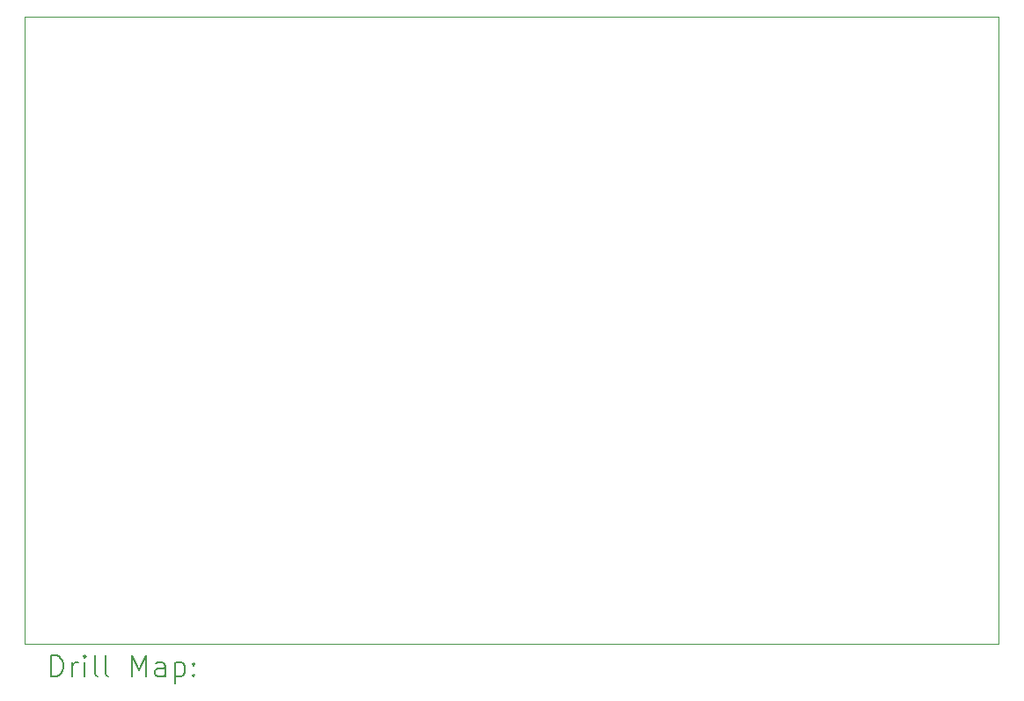
<source format=gbr>
%TF.GenerationSoftware,KiCad,Pcbnew,6.0.8-f2edbf62ab~116~ubuntu20.04.1*%
%TF.CreationDate,2023-03-15T13:48:02-03:00*%
%TF.ProjectId,placa-TAI,706c6163-612d-4544-9149-2e6b69636164,rev?*%
%TF.SameCoordinates,Original*%
%TF.FileFunction,Drillmap*%
%TF.FilePolarity,Positive*%
%FSLAX45Y45*%
G04 Gerber Fmt 4.5, Leading zero omitted, Abs format (unit mm)*
G04 Created by KiCad (PCBNEW 6.0.8-f2edbf62ab~116~ubuntu20.04.1) date 2023-03-15 13:48:02*
%MOMM*%
%LPD*%
G01*
G04 APERTURE LIST*
%ADD10C,0.100000*%
%ADD11C,0.200000*%
G04 APERTURE END LIST*
D10*
X9115000Y-6069000D02*
X18489000Y-6069000D01*
X18489000Y-6069000D02*
X18489000Y-12100000D01*
X18489000Y-12100000D02*
X9115000Y-12100000D01*
X9115000Y-12100000D02*
X9115000Y-6069000D01*
D11*
X9367619Y-12415476D02*
X9367619Y-12215476D01*
X9415238Y-12215476D01*
X9443810Y-12225000D01*
X9462857Y-12244048D01*
X9472381Y-12263095D01*
X9481905Y-12301190D01*
X9481905Y-12329762D01*
X9472381Y-12367857D01*
X9462857Y-12386905D01*
X9443810Y-12405952D01*
X9415238Y-12415476D01*
X9367619Y-12415476D01*
X9567619Y-12415476D02*
X9567619Y-12282143D01*
X9567619Y-12320238D02*
X9577143Y-12301190D01*
X9586667Y-12291667D01*
X9605714Y-12282143D01*
X9624762Y-12282143D01*
X9691429Y-12415476D02*
X9691429Y-12282143D01*
X9691429Y-12215476D02*
X9681905Y-12225000D01*
X9691429Y-12234524D01*
X9700952Y-12225000D01*
X9691429Y-12215476D01*
X9691429Y-12234524D01*
X9815238Y-12415476D02*
X9796190Y-12405952D01*
X9786667Y-12386905D01*
X9786667Y-12215476D01*
X9920000Y-12415476D02*
X9900952Y-12405952D01*
X9891429Y-12386905D01*
X9891429Y-12215476D01*
X10148571Y-12415476D02*
X10148571Y-12215476D01*
X10215238Y-12358333D01*
X10281905Y-12215476D01*
X10281905Y-12415476D01*
X10462857Y-12415476D02*
X10462857Y-12310714D01*
X10453333Y-12291667D01*
X10434286Y-12282143D01*
X10396190Y-12282143D01*
X10377143Y-12291667D01*
X10462857Y-12405952D02*
X10443810Y-12415476D01*
X10396190Y-12415476D01*
X10377143Y-12405952D01*
X10367619Y-12386905D01*
X10367619Y-12367857D01*
X10377143Y-12348809D01*
X10396190Y-12339286D01*
X10443810Y-12339286D01*
X10462857Y-12329762D01*
X10558095Y-12282143D02*
X10558095Y-12482143D01*
X10558095Y-12291667D02*
X10577143Y-12282143D01*
X10615238Y-12282143D01*
X10634286Y-12291667D01*
X10643810Y-12301190D01*
X10653333Y-12320238D01*
X10653333Y-12377381D01*
X10643810Y-12396428D01*
X10634286Y-12405952D01*
X10615238Y-12415476D01*
X10577143Y-12415476D01*
X10558095Y-12405952D01*
X10739048Y-12396428D02*
X10748571Y-12405952D01*
X10739048Y-12415476D01*
X10729524Y-12405952D01*
X10739048Y-12396428D01*
X10739048Y-12415476D01*
X10739048Y-12291667D02*
X10748571Y-12301190D01*
X10739048Y-12310714D01*
X10729524Y-12301190D01*
X10739048Y-12291667D01*
X10739048Y-12310714D01*
M02*

</source>
